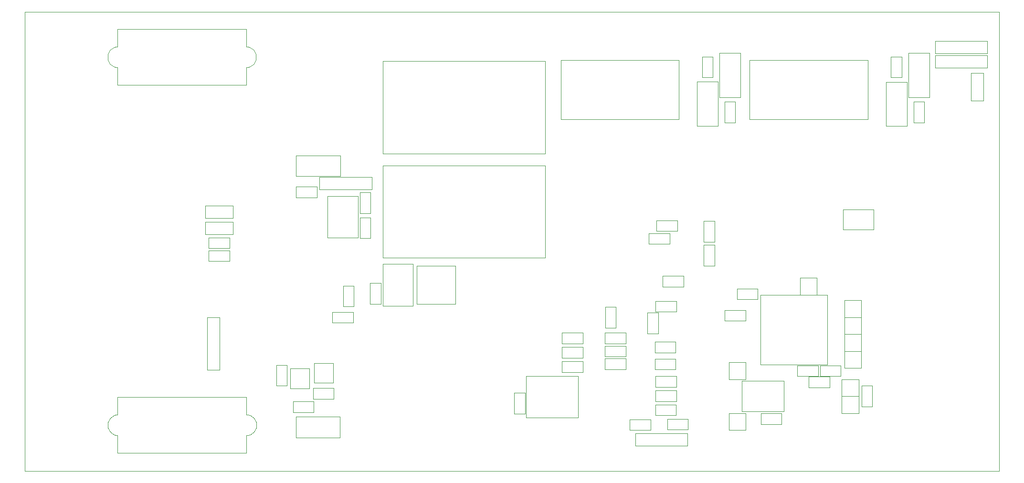
<source format=gbr>
%TF.GenerationSoftware,KiCad,Pcbnew,5.1.9+dfsg1-1+deb11u1*%
%TF.CreationDate,2023-01-06T13:25:03+00:00*%
%TF.ProjectId,MCB19,4d434231-392e-46b6-9963-61645f706362,rev?*%
%TF.SameCoordinates,Original*%
%TF.FileFunction,Other,User*%
%FSLAX45Y45*%
G04 Gerber Fmt 4.5, Leading zero omitted, Abs format (unit mm)*
G04 Created by KiCad (PCBNEW 5.1.9+dfsg1-1+deb11u1) date 2023-01-06 13:25:03*
%MOMM*%
%LPD*%
G01*
G04 APERTURE LIST*
%TA.AperFunction,Profile*%
%ADD10C,0.100000*%
%TD*%
%ADD11C,0.050000*%
G04 APERTURE END LIST*
D10*
X22285000Y-5050000D02*
X5000000Y-5050000D01*
X22285000Y-13200000D02*
X22285000Y-5050000D01*
X5000000Y-13200000D02*
X22285000Y-13200000D01*
X5000000Y-5050000D02*
X5000000Y-13200000D01*
D11*
X10127500Y-11965000D02*
X9757500Y-11965000D01*
X10127500Y-12155000D02*
X10127500Y-11965000D01*
X9757500Y-12155000D02*
X10127500Y-12155000D01*
X9757500Y-11965000D02*
X9757500Y-12155000D01*
X10592000Y-12235000D02*
X9808000Y-12235000D01*
X10592000Y-12605000D02*
X10592000Y-12235000D01*
X9808000Y-12605000D02*
X10592000Y-12605000D01*
X9808000Y-12235000D02*
X9808000Y-12605000D01*
X16545000Y-10905000D02*
X16175000Y-10905000D01*
X16545000Y-11095000D02*
X16545000Y-10905000D01*
X16175000Y-11095000D02*
X16545000Y-11095000D01*
X16175000Y-10905000D02*
X16175000Y-11095000D01*
X16175000Y-11395000D02*
X16545000Y-11395000D01*
X16175000Y-11205000D02*
X16175000Y-11395000D01*
X16545000Y-11205000D02*
X16175000Y-11205000D01*
X16545000Y-11395000D02*
X16545000Y-11205000D01*
X10112500Y-11725000D02*
X10112500Y-11915000D01*
X10112500Y-11915000D02*
X10482500Y-11915000D01*
X10482500Y-11915000D02*
X10482500Y-11725000D01*
X10482500Y-11725000D02*
X10112500Y-11725000D01*
X9655000Y-11315000D02*
X9465000Y-11315000D01*
X9465000Y-11315000D02*
X9465000Y-11685000D01*
X9465000Y-11685000D02*
X9655000Y-11685000D01*
X9655000Y-11685000D02*
X9655000Y-11315000D01*
X10370000Y-8320000D02*
X10910000Y-8320000D01*
X10910000Y-8320000D02*
X10910000Y-9060000D01*
X10910000Y-9060000D02*
X10370000Y-9060000D01*
X10370000Y-9060000D02*
X10370000Y-8320000D01*
X18752500Y-10072500D02*
X19052500Y-10072500D01*
X18752500Y-10072500D02*
X18752500Y-9772500D01*
X19052500Y-9772500D02*
X19052500Y-10072500D01*
X19052500Y-9772500D02*
X18752500Y-9772500D01*
X8460000Y-10475000D02*
X8240000Y-10475000D01*
X8460000Y-11405000D02*
X8460000Y-10475000D01*
X8240000Y-11405000D02*
X8460000Y-11405000D01*
X8240000Y-10475000D02*
X8240000Y-11405000D01*
X11350000Y-9415000D02*
X11350000Y-7775000D01*
X14228000Y-9415000D02*
X11350000Y-9415000D01*
X14228000Y-7775000D02*
X14228000Y-9415000D01*
X11350000Y-7775000D02*
X14228000Y-7775000D01*
X15293900Y-11200000D02*
X15293900Y-11390000D01*
X15293900Y-11390000D02*
X15663900Y-11390000D01*
X15663900Y-11390000D02*
X15663900Y-11200000D01*
X15663900Y-11200000D02*
X15293900Y-11200000D01*
X10470000Y-11285000D02*
X10130000Y-11285000D01*
X10130000Y-11285000D02*
X10130000Y-11635000D01*
X10130000Y-11635000D02*
X10470000Y-11635000D01*
X10470000Y-11635000D02*
X10470000Y-11285000D01*
X10050000Y-11730000D02*
X10050000Y-11380000D01*
X9710000Y-11730000D02*
X10050000Y-11730000D01*
X9710000Y-11380000D02*
X9710000Y-11730000D01*
X10050000Y-11380000D02*
X9710000Y-11380000D01*
X9105000Y-12335000D02*
X9065000Y-12255000D01*
X9065000Y-12505000D02*
X9105000Y-12425000D01*
X8960000Y-12565000D02*
X8935000Y-12565000D01*
X8995000Y-12555000D02*
X8960000Y-12565000D01*
X9065000Y-12505000D02*
X8995000Y-12555000D01*
X9105000Y-12335000D02*
X9105000Y-12425000D01*
X8995000Y-12205000D02*
X9065000Y-12255000D01*
X8960000Y-12195000D02*
X8995000Y-12205000D01*
X8935000Y-12195000D02*
X8960000Y-12195000D01*
X6515000Y-12505000D02*
X6475000Y-12425000D01*
X6585000Y-12555000D02*
X6515000Y-12505000D01*
X6620000Y-12565000D02*
X6585000Y-12555000D01*
X6645000Y-12565000D02*
X6620000Y-12565000D01*
X6585000Y-12205000D02*
X6620000Y-12195000D01*
X6515000Y-12255000D02*
X6585000Y-12205000D01*
X6475000Y-12335000D02*
X6515000Y-12255000D01*
X6475000Y-12425000D02*
X6475000Y-12335000D01*
X6645000Y-12195000D02*
X6620000Y-12195000D01*
X6645000Y-12565000D02*
X6645000Y-12875000D01*
X6645000Y-12195000D02*
X6645000Y-11885000D01*
X8935000Y-12195000D02*
X8935000Y-11885000D01*
X8935000Y-11885000D02*
X6645000Y-11885000D01*
X6645000Y-12875000D02*
X8935000Y-12875000D01*
X8935000Y-12875000D02*
X8935000Y-12565000D01*
X9104000Y-5808000D02*
X9064000Y-5728000D01*
X9064000Y-5978000D02*
X9104000Y-5898000D01*
X8959000Y-6038000D02*
X8934000Y-6038000D01*
X8994000Y-6028000D02*
X8959000Y-6038000D01*
X9064000Y-5978000D02*
X8994000Y-6028000D01*
X9104000Y-5808000D02*
X9104000Y-5898000D01*
X8994000Y-5678000D02*
X9064000Y-5728000D01*
X8959000Y-5668000D02*
X8994000Y-5678000D01*
X8934000Y-5668000D02*
X8959000Y-5668000D01*
X6514000Y-5978000D02*
X6474000Y-5898000D01*
X6584000Y-6028000D02*
X6514000Y-5978000D01*
X6619000Y-6038000D02*
X6584000Y-6028000D01*
X6644000Y-6038000D02*
X6619000Y-6038000D01*
X6584000Y-5678000D02*
X6619000Y-5668000D01*
X6514000Y-5728000D02*
X6584000Y-5678000D01*
X6474000Y-5808000D02*
X6514000Y-5728000D01*
X6474000Y-5898000D02*
X6474000Y-5808000D01*
X6644000Y-5668000D02*
X6619000Y-5668000D01*
X6644000Y-6038000D02*
X6644000Y-6348000D01*
X6644000Y-5668000D02*
X6644000Y-5358000D01*
X8934000Y-5668000D02*
X8934000Y-5358000D01*
X8934000Y-5358000D02*
X6644000Y-5358000D01*
X6644000Y-6348000D02*
X8934000Y-6348000D01*
X8934000Y-6348000D02*
X8934000Y-6038000D01*
X8632000Y-9055500D02*
X8262000Y-9055500D01*
X8632000Y-9245500D02*
X8632000Y-9055500D01*
X8262000Y-9245500D02*
X8632000Y-9245500D01*
X8262000Y-9055500D02*
X8262000Y-9245500D01*
X8632000Y-9285000D02*
X8262000Y-9285000D01*
X8632000Y-9475000D02*
X8632000Y-9285000D01*
X8262000Y-9475000D02*
X8632000Y-9475000D01*
X8262000Y-9285000D02*
X8262000Y-9475000D01*
X8695000Y-8488000D02*
X8205000Y-8488000D01*
X8695000Y-8712000D02*
X8695000Y-8488000D01*
X8205000Y-8712000D02*
X8695000Y-8712000D01*
X8205000Y-8488000D02*
X8205000Y-8712000D01*
X8695000Y-8775000D02*
X8205000Y-8775000D01*
X8695000Y-8999000D02*
X8695000Y-8775000D01*
X8205000Y-8999000D02*
X8695000Y-8999000D01*
X8205000Y-8775000D02*
X8205000Y-8999000D01*
X11890000Y-9525000D02*
X11890000Y-10265000D01*
X11350000Y-9525000D02*
X11890000Y-9525000D01*
X11350000Y-10265000D02*
X11350000Y-9525000D01*
X11890000Y-10265000D02*
X11350000Y-10265000D01*
X12640000Y-10230000D02*
X12640000Y-9560000D01*
X11950000Y-10230000D02*
X12640000Y-10230000D01*
X11950000Y-9560000D02*
X11950000Y-10230000D01*
X12640000Y-9560000D02*
X11950000Y-9560000D01*
X18047900Y-11306600D02*
X18047900Y-10076600D01*
X19237900Y-11306600D02*
X19237900Y-10076600D01*
X18047900Y-11306600D02*
X19237900Y-11306600D01*
X18047900Y-10076600D02*
X19237900Y-10076600D01*
X15293900Y-10935400D02*
X15663900Y-10935400D01*
X15293900Y-10745400D02*
X15293900Y-10935400D01*
X15663900Y-10745400D02*
X15293900Y-10745400D01*
X15663900Y-10935400D02*
X15663900Y-10745400D01*
X13685000Y-11810000D02*
X13685000Y-12180000D01*
X13875000Y-11810000D02*
X13685000Y-11810000D01*
X13875000Y-12180000D02*
X13875000Y-11810000D01*
X13685000Y-12180000D02*
X13875000Y-12180000D01*
X11125000Y-9860000D02*
X11125000Y-10230000D01*
X11315000Y-9860000D02*
X11125000Y-9860000D01*
X11315000Y-10230000D02*
X11315000Y-9860000D01*
X11125000Y-10230000D02*
X11315000Y-10230000D01*
X11350000Y-7565000D02*
X11350000Y-5925000D01*
X14228000Y-7565000D02*
X11350000Y-7565000D01*
X14228000Y-5925000D02*
X14228000Y-7565000D01*
X11350000Y-5925000D02*
X14228000Y-5925000D01*
X13897000Y-12250000D02*
X13897000Y-11510000D01*
X14813000Y-12250000D02*
X13897000Y-12250000D01*
X14813000Y-11510000D02*
X14813000Y-12250000D01*
X13897000Y-11510000D02*
X14813000Y-11510000D01*
X10840000Y-10280000D02*
X10840000Y-9910000D01*
X10650000Y-10280000D02*
X10840000Y-10280000D01*
X10650000Y-9910000D02*
X10650000Y-10280000D01*
X10840000Y-9910000D02*
X10650000Y-9910000D01*
X10455000Y-10565000D02*
X10825000Y-10565000D01*
X10455000Y-10375000D02*
X10455000Y-10565000D01*
X10825000Y-10375000D02*
X10455000Y-10375000D01*
X10825000Y-10565000D02*
X10825000Y-10375000D01*
X11135000Y-8697500D02*
X10945000Y-8697500D01*
X10945000Y-8697500D02*
X10945000Y-9067500D01*
X10945000Y-9067500D02*
X11135000Y-9067500D01*
X11135000Y-9067500D02*
X11135000Y-8697500D01*
X14530100Y-11443400D02*
X14900100Y-11443400D01*
X14530100Y-11253400D02*
X14530100Y-11443400D01*
X14900100Y-11253400D02*
X14530100Y-11253400D01*
X14900100Y-11443400D02*
X14900100Y-11253400D01*
X14530100Y-11189400D02*
X14900100Y-11189400D01*
X14530100Y-10999400D02*
X14530100Y-11189400D01*
X14900100Y-10999400D02*
X14530100Y-10999400D01*
X14900100Y-11189400D02*
X14900100Y-10999400D01*
X14900100Y-10745400D02*
X14530100Y-10745400D01*
X14900100Y-10935400D02*
X14900100Y-10745400D01*
X14530100Y-10935400D02*
X14900100Y-10935400D01*
X14530100Y-10745400D02*
X14530100Y-10935400D01*
X11155000Y-8200000D02*
X11155000Y-7980000D01*
X10225000Y-8200000D02*
X11155000Y-8200000D01*
X10225000Y-7980000D02*
X10225000Y-8200000D01*
X11155000Y-7980000D02*
X10225000Y-7980000D01*
X10185000Y-8345000D02*
X10185000Y-8155000D01*
X10185000Y-8155000D02*
X9815000Y-8155000D01*
X9815000Y-8155000D02*
X9815000Y-8345000D01*
X9815000Y-8345000D02*
X10185000Y-8345000D01*
X9815500Y-7967500D02*
X10599500Y-7967500D01*
X9815500Y-7597500D02*
X9815500Y-7967500D01*
X10599500Y-7597500D02*
X9815500Y-7597500D01*
X10599500Y-7967500D02*
X10599500Y-7597500D01*
X11135000Y-8255000D02*
X10945000Y-8255000D01*
X10945000Y-8255000D02*
X10945000Y-8625000D01*
X10945000Y-8625000D02*
X11135000Y-8625000D01*
X11135000Y-8625000D02*
X11135000Y-8255000D01*
X15663900Y-10975000D02*
X15293900Y-10975000D01*
X15663900Y-11165000D02*
X15663900Y-10975000D01*
X15293900Y-11165000D02*
X15663900Y-11165000D01*
X15293900Y-10975000D02*
X15293900Y-11165000D01*
X20765000Y-6647500D02*
X20765000Y-7017500D01*
X20955000Y-6647500D02*
X20765000Y-6647500D01*
X20955000Y-7017500D02*
X20955000Y-6647500D01*
X20765000Y-7017500D02*
X20955000Y-7017500D01*
X20555000Y-5845000D02*
X20365000Y-5845000D01*
X20365000Y-5845000D02*
X20365000Y-6215000D01*
X20365000Y-6215000D02*
X20555000Y-6215000D01*
X20555000Y-6215000D02*
X20555000Y-5845000D01*
X20275000Y-6293000D02*
X20275000Y-7077000D01*
X20645000Y-6293000D02*
X20275000Y-6293000D01*
X20645000Y-7077000D02*
X20645000Y-6293000D01*
X20275000Y-7077000D02*
X20645000Y-7077000D01*
X21045000Y-5783000D02*
X20675000Y-5783000D01*
X20675000Y-5783000D02*
X20675000Y-6567000D01*
X20675000Y-6567000D02*
X21045000Y-6567000D01*
X21045000Y-6567000D02*
X21045000Y-5783000D01*
X21145000Y-6040000D02*
X22075000Y-6040000D01*
X22075000Y-6040000D02*
X22075000Y-5820000D01*
X22075000Y-5820000D02*
X21145000Y-5820000D01*
X21145000Y-5820000D02*
X21145000Y-6040000D01*
X17857400Y-5905000D02*
X19953400Y-5905000D01*
X19953400Y-5905000D02*
X19953400Y-6955000D01*
X19953400Y-6955000D02*
X17857400Y-6955000D01*
X17857400Y-6955000D02*
X17857400Y-5905000D01*
X16555000Y-12210000D02*
X16555000Y-12020000D01*
X16555000Y-12020000D02*
X16185000Y-12020000D01*
X16185000Y-12020000D02*
X16185000Y-12210000D01*
X16185000Y-12210000D02*
X16555000Y-12210000D01*
X17045000Y-9557500D02*
X17235000Y-9557500D01*
X17235000Y-9557500D02*
X17235000Y-9187500D01*
X17235000Y-9187500D02*
X17045000Y-9187500D01*
X17045000Y-9187500D02*
X17045000Y-9557500D01*
X16575000Y-8940000D02*
X16575000Y-8750000D01*
X16575000Y-8750000D02*
X16205000Y-8750000D01*
X16205000Y-8750000D02*
X16205000Y-8940000D01*
X16205000Y-8940000D02*
X16575000Y-8940000D01*
X16072500Y-8980000D02*
X16072500Y-9170000D01*
X16072500Y-9170000D02*
X16442500Y-9170000D01*
X16442500Y-9170000D02*
X16442500Y-8980000D01*
X16442500Y-8980000D02*
X16072500Y-8980000D01*
X17695000Y-5783000D02*
X17325000Y-5783000D01*
X17325000Y-5783000D02*
X17325000Y-6567000D01*
X17325000Y-6567000D02*
X17695000Y-6567000D01*
X17695000Y-6567000D02*
X17695000Y-5783000D01*
X16925000Y-6288000D02*
X16925000Y-7072000D01*
X17295000Y-6288000D02*
X16925000Y-6288000D01*
X17295000Y-7072000D02*
X17295000Y-6288000D01*
X16925000Y-7072000D02*
X17295000Y-7072000D01*
X14507400Y-6955000D02*
X14507400Y-5905000D01*
X16603400Y-6955000D02*
X14507400Y-6955000D01*
X16603400Y-5905000D02*
X16603400Y-6955000D01*
X14507400Y-5905000D02*
X16603400Y-5905000D01*
X19515000Y-8560000D02*
X19515000Y-8910000D01*
X20055000Y-8560000D02*
X19515000Y-8560000D01*
X20055000Y-8910000D02*
X20055000Y-8560000D01*
X19515000Y-8910000D02*
X20055000Y-8910000D01*
X22007000Y-6140000D02*
X21783000Y-6140000D01*
X21783000Y-6140000D02*
X21783000Y-6630000D01*
X21783000Y-6630000D02*
X22007000Y-6630000D01*
X22007000Y-6630000D02*
X22007000Y-6140000D01*
X17235000Y-8761500D02*
X17045000Y-8761500D01*
X17045000Y-8761500D02*
X17045000Y-9131500D01*
X17045000Y-9131500D02*
X17235000Y-9131500D01*
X17235000Y-9131500D02*
X17235000Y-8761500D01*
X19075000Y-11515000D02*
X19075000Y-11325000D01*
X19075000Y-11325000D02*
X18705000Y-11325000D01*
X18705000Y-11325000D02*
X18705000Y-11515000D01*
X18705000Y-11515000D02*
X19075000Y-11515000D01*
X17787400Y-10532600D02*
X17787400Y-10342600D01*
X17787400Y-10342600D02*
X17417400Y-10342600D01*
X17417400Y-10342600D02*
X17417400Y-10532600D01*
X17417400Y-10532600D02*
X17787400Y-10532600D01*
X17632400Y-9961600D02*
X17632400Y-10151600D01*
X17632400Y-10151600D02*
X18002400Y-10151600D01*
X18002400Y-10151600D02*
X18002400Y-9961600D01*
X18002400Y-9961600D02*
X17632400Y-9961600D01*
X19275000Y-11715000D02*
X19275000Y-11525000D01*
X19275000Y-11525000D02*
X18905000Y-11525000D01*
X18905000Y-11525000D02*
X18905000Y-11715000D01*
X18905000Y-11715000D02*
X19275000Y-11715000D01*
X16045000Y-10755000D02*
X16235000Y-10755000D01*
X16235000Y-10755000D02*
X16235000Y-10385000D01*
X16235000Y-10385000D02*
X16045000Y-10385000D01*
X16045000Y-10385000D02*
X16045000Y-10755000D01*
X15295000Y-10655000D02*
X15485000Y-10655000D01*
X15485000Y-10655000D02*
X15485000Y-10285000D01*
X15485000Y-10285000D02*
X15295000Y-10285000D01*
X15295000Y-10285000D02*
X15295000Y-10655000D01*
X16314600Y-9737400D02*
X16314600Y-9927400D01*
X16314600Y-9927400D02*
X16684600Y-9927400D01*
X16684600Y-9927400D02*
X16684600Y-9737400D01*
X16684600Y-9737400D02*
X16314600Y-9737400D01*
X16557600Y-10371900D02*
X16557600Y-10181900D01*
X16557600Y-10181900D02*
X16187600Y-10181900D01*
X16187600Y-10181900D02*
X16187600Y-10371900D01*
X16187600Y-10371900D02*
X16557600Y-10371900D01*
X16100000Y-12470000D02*
X16100000Y-12280000D01*
X16100000Y-12280000D02*
X15730000Y-12280000D01*
X15730000Y-12280000D02*
X15730000Y-12470000D01*
X15730000Y-12470000D02*
X16100000Y-12470000D01*
X17205000Y-5845000D02*
X17015000Y-5845000D01*
X17015000Y-5845000D02*
X17015000Y-6215000D01*
X17015000Y-6215000D02*
X17205000Y-6215000D01*
X17205000Y-6215000D02*
X17205000Y-5845000D01*
X17415000Y-7012500D02*
X17605000Y-7012500D01*
X17605000Y-7012500D02*
X17605000Y-6642500D01*
X17605000Y-6642500D02*
X17415000Y-6642500D01*
X17415000Y-6642500D02*
X17415000Y-7012500D01*
X16757500Y-12530000D02*
X15827500Y-12530000D01*
X15827500Y-12530000D02*
X15827500Y-12750000D01*
X15827500Y-12750000D02*
X16757500Y-12750000D01*
X16757500Y-12750000D02*
X16757500Y-12530000D01*
X21145000Y-5790000D02*
X22075000Y-5790000D01*
X22075000Y-5790000D02*
X22075000Y-5570000D01*
X22075000Y-5570000D02*
X21145000Y-5570000D01*
X21145000Y-5570000D02*
X21145000Y-5790000D01*
X17717000Y-12140000D02*
X17717000Y-11600000D01*
X18463000Y-12140000D02*
X18463000Y-11600000D01*
X17717000Y-12140000D02*
X18463000Y-12140000D01*
X17717000Y-11600000D02*
X18463000Y-11600000D01*
X19105000Y-11325000D02*
X19105000Y-11515000D01*
X19105000Y-11515000D02*
X19475000Y-11515000D01*
X19475000Y-11515000D02*
X19475000Y-11325000D01*
X19475000Y-11325000D02*
X19105000Y-11325000D01*
X18425000Y-12365000D02*
X18425000Y-12175000D01*
X18425000Y-12175000D02*
X18055000Y-12175000D01*
X18055000Y-12175000D02*
X18055000Y-12365000D01*
X18055000Y-12365000D02*
X18425000Y-12365000D01*
X20035000Y-11685000D02*
X19845000Y-11685000D01*
X19845000Y-11685000D02*
X19845000Y-12055000D01*
X19845000Y-12055000D02*
X20035000Y-12055000D01*
X20035000Y-12055000D02*
X20035000Y-11685000D01*
X16397000Y-12275000D02*
X16397000Y-12465000D01*
X16397000Y-12465000D02*
X16767000Y-12465000D01*
X16767000Y-12465000D02*
X16767000Y-12275000D01*
X16767000Y-12275000D02*
X16397000Y-12275000D01*
X16187600Y-11769400D02*
X16187600Y-11959400D01*
X16187600Y-11959400D02*
X16557600Y-11959400D01*
X16557600Y-11959400D02*
X16557600Y-11769400D01*
X16557600Y-11769400D02*
X16187600Y-11769400D01*
X16187600Y-11515400D02*
X16187600Y-11705400D01*
X16187600Y-11705400D02*
X16557600Y-11705400D01*
X16557600Y-11705400D02*
X16557600Y-11515400D01*
X16557600Y-11515400D02*
X16187600Y-11515400D01*
X19540000Y-11070000D02*
X19540000Y-11370000D01*
X19540000Y-11070000D02*
X19840000Y-11070000D01*
X19840000Y-11370000D02*
X19540000Y-11370000D01*
X19840000Y-11370000D02*
X19840000Y-11070000D01*
X19540000Y-10170000D02*
X19540000Y-10470000D01*
X19540000Y-10170000D02*
X19840000Y-10170000D01*
X19840000Y-10470000D02*
X19540000Y-10470000D01*
X19840000Y-10470000D02*
X19840000Y-10170000D01*
X19790000Y-11870000D02*
X19490000Y-11870000D01*
X19790000Y-11870000D02*
X19790000Y-12170000D01*
X19490000Y-12170000D02*
X19490000Y-11870000D01*
X19490000Y-12170000D02*
X19790000Y-12170000D01*
X19490000Y-11870000D02*
X19790000Y-11870000D01*
X19490000Y-11870000D02*
X19490000Y-11570000D01*
X19790000Y-11570000D02*
X19790000Y-11870000D01*
X19790000Y-11570000D02*
X19490000Y-11570000D01*
X17490000Y-12170000D02*
X17490000Y-12470000D01*
X17490000Y-12170000D02*
X17790000Y-12170000D01*
X17790000Y-12470000D02*
X17490000Y-12470000D01*
X17790000Y-12470000D02*
X17790000Y-12170000D01*
X19540000Y-10470000D02*
X19540000Y-10770000D01*
X19540000Y-10470000D02*
X19840000Y-10470000D01*
X19840000Y-10770000D02*
X19540000Y-10770000D01*
X19840000Y-10770000D02*
X19840000Y-10470000D01*
X19540000Y-10770000D02*
X19540000Y-11070000D01*
X19540000Y-10770000D02*
X19840000Y-10770000D01*
X19840000Y-11070000D02*
X19540000Y-11070000D01*
X19840000Y-11070000D02*
X19840000Y-10770000D01*
X17490000Y-11270000D02*
X17490000Y-11570000D01*
X17490000Y-11270000D02*
X17790000Y-11270000D01*
X17790000Y-11570000D02*
X17490000Y-11570000D01*
X17790000Y-11570000D02*
X17790000Y-11270000D01*
M02*

</source>
